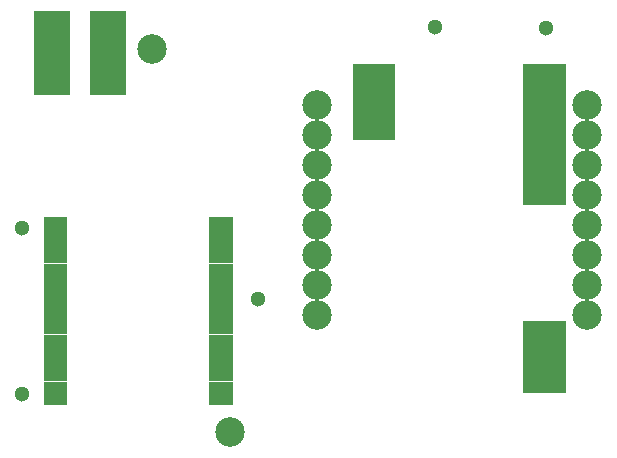
<source format=gbr>
%FSLAX34Y34*%
%MOMM*%
%LNSOLDERMASK_BOTTOM*%
G71*
G01*
%ADD10C,1.300*%
%ADD11R,3.100X7.100*%
%ADD12C,2.500*%
%ADD13C,2.400*%
%LPD*%
G36*
X408641Y309306D02*
X444641Y309306D01*
X444641Y273306D01*
X408641Y273306D01*
X408641Y309306D01*
G37*
G36*
X553103Y309306D02*
X589103Y309306D01*
X589103Y273306D01*
X553103Y273306D01*
X553103Y309306D01*
G37*
G36*
X553103Y94994D02*
X589103Y94994D01*
X589103Y58994D01*
X553103Y58994D01*
X553103Y94994D01*
G37*
G36*
X408641Y337881D02*
X444641Y337881D01*
X444641Y301881D01*
X408641Y301881D01*
X408641Y337881D01*
G37*
G36*
X553103Y337881D02*
X589103Y337881D01*
X589103Y301881D01*
X553103Y301881D01*
X553103Y337881D01*
G37*
X572294Y367903D02*
G54D10*
D03*
X477838Y368697D02*
G54D10*
D03*
G36*
X553103Y120394D02*
X589103Y120394D01*
X589103Y84394D01*
X553103Y84394D01*
X553103Y120394D01*
G37*
G36*
X553103Y280334D02*
X589103Y280334D01*
X589103Y244334D01*
X553103Y244334D01*
X553103Y280334D01*
G37*
G36*
X553103Y254141D02*
X589103Y254141D01*
X589103Y218141D01*
X553103Y218141D01*
X553103Y254141D01*
G37*
X201216Y346869D02*
G54D11*
D03*
X153988Y346869D02*
G54D11*
D03*
X238522Y350441D02*
G54D12*
D03*
G36*
X306817Y188922D02*
X287317Y188922D01*
X287317Y208422D01*
X306817Y208422D01*
X306817Y188922D01*
G37*
G36*
X306817Y168922D02*
X287317Y168922D01*
X287317Y188422D01*
X306817Y188422D01*
X306817Y168922D01*
G37*
G36*
X306817Y148922D02*
X287317Y148922D01*
X287317Y168422D01*
X306817Y168422D01*
X306817Y148922D01*
G37*
G36*
X306817Y128922D02*
X287317Y128922D01*
X287317Y148422D01*
X306817Y148422D01*
X306817Y128922D01*
G37*
G36*
X306817Y108922D02*
X287317Y108922D01*
X287317Y128422D01*
X306817Y128422D01*
X306817Y108922D01*
G37*
G36*
X306817Y88922D02*
X287317Y88922D01*
X287317Y108422D01*
X306817Y108422D01*
X306817Y88922D01*
G37*
G36*
X306817Y68922D02*
X287317Y68922D01*
X287317Y88422D01*
X306817Y88422D01*
X306817Y68922D01*
G37*
G36*
X306817Y48922D02*
X287317Y48922D01*
X287317Y68422D01*
X306817Y68422D01*
X306817Y48922D01*
G37*
G36*
X166827Y188922D02*
X147327Y188922D01*
X147327Y208422D01*
X166827Y208422D01*
X166827Y188922D01*
G37*
G36*
X166827Y168922D02*
X147327Y168922D01*
X147327Y188422D01*
X166827Y188422D01*
X166827Y168922D01*
G37*
G36*
X166827Y148922D02*
X147327Y148922D01*
X147327Y168422D01*
X166827Y168422D01*
X166827Y148922D01*
G37*
G36*
X166827Y128922D02*
X147327Y128922D01*
X147327Y148422D01*
X166827Y148422D01*
X166827Y128922D01*
G37*
G36*
X166827Y108922D02*
X147327Y108922D01*
X147327Y128422D01*
X166827Y128422D01*
X166827Y108922D01*
G37*
G36*
X166827Y88922D02*
X147327Y88922D01*
X147327Y108422D01*
X166827Y108422D01*
X166827Y88922D01*
G37*
G36*
X166827Y68922D02*
X147327Y68922D01*
X147327Y88422D01*
X166827Y88422D01*
X166827Y68922D01*
G37*
G36*
X166827Y48922D02*
X147327Y48922D01*
X147327Y68422D01*
X166827Y68422D01*
X166827Y48922D01*
G37*
X378619Y302816D02*
G54D13*
D03*
X378619Y277416D02*
G54D13*
D03*
X378619Y252016D02*
G54D13*
D03*
X378619Y226616D02*
G54D13*
D03*
X378619Y201216D02*
G54D13*
D03*
X378619Y175816D02*
G54D13*
D03*
X378619Y150416D02*
G54D13*
D03*
X378619Y125016D02*
G54D13*
D03*
X607219Y302816D02*
G54D13*
D03*
X607219Y277416D02*
G54D13*
D03*
X607219Y252016D02*
G54D13*
D03*
X607219Y226616D02*
G54D13*
D03*
X607219Y201216D02*
G54D13*
D03*
X607219Y175816D02*
G54D13*
D03*
X607219Y150416D02*
G54D13*
D03*
X607219Y125016D02*
G54D13*
D03*
X378619Y302816D02*
G54D12*
D03*
X378619Y277416D02*
G54D12*
D03*
X378619Y252016D02*
G54D12*
D03*
X378619Y226616D02*
G54D12*
D03*
X378619Y201216D02*
G54D12*
D03*
X378619Y175816D02*
G54D12*
D03*
X378619Y150416D02*
G54D12*
D03*
X378619Y125016D02*
G54D12*
D03*
X607219Y302816D02*
G54D12*
D03*
X607219Y277416D02*
G54D12*
D03*
X607219Y252016D02*
G54D12*
D03*
X607219Y226616D02*
G54D12*
D03*
X607219Y201216D02*
G54D12*
D03*
X607219Y175816D02*
G54D12*
D03*
X607219Y150416D02*
G54D12*
D03*
X607219Y125016D02*
G54D12*
D03*
X304403Y25797D02*
G54D12*
D03*
X328216Y138509D02*
G54D10*
D03*
X128899Y198672D02*
G54D10*
D03*
X128899Y58672D02*
G54D10*
D03*
M02*

</source>
